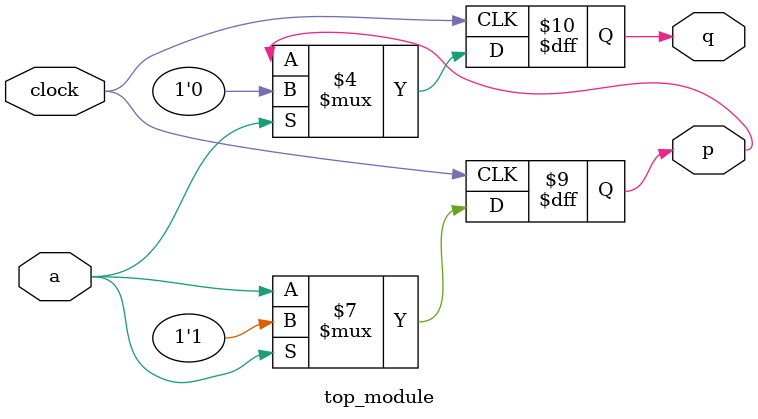
<source format=sv>
module top_module (
	input clock,
	input a, 
	output reg p,
	output reg q
);
	always @(posedge clock) begin
		if (a == 1'b1) begin
			p <= 1'b1;
			q <= 1'b0;
		end else begin
			p <= a;
			q <= p;
		end
	end
endmodule

</source>
